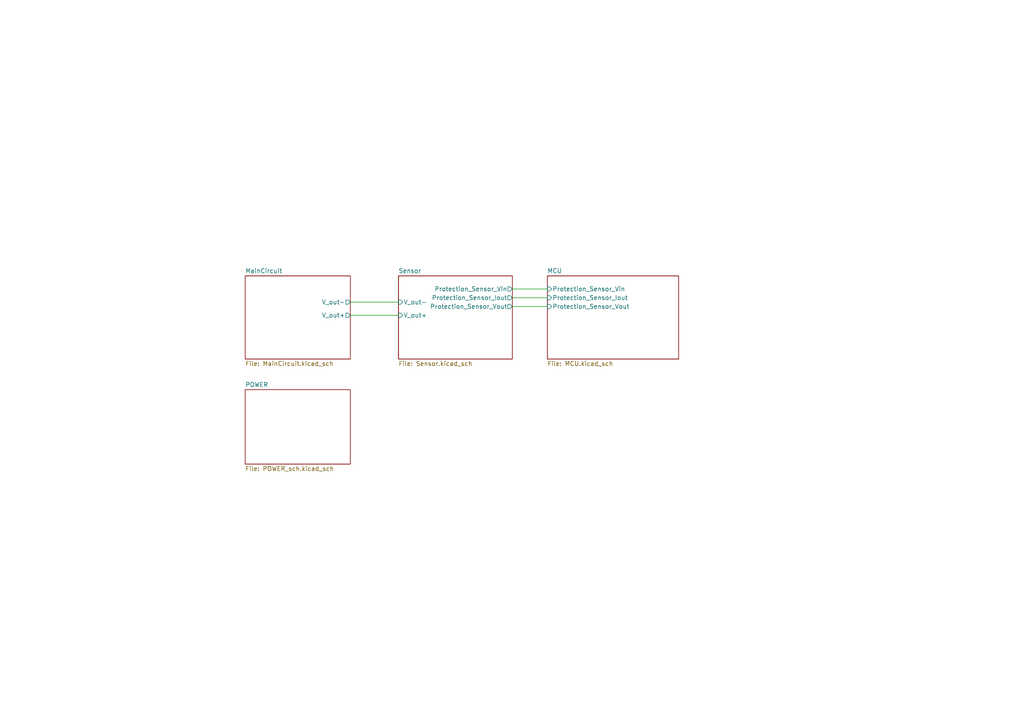
<source format=kicad_sch>
(kicad_sch
	(version 20231120)
	(generator "eeschema")
	(generator_version "8.0")
	(uuid "081edf49-b0d8-40ba-adb9-a8410c400630")
	(paper "A4")
	(lib_symbols)
	(wire
		(pts
			(xy 148.59 83.82) (xy 158.75 83.82)
		)
		(stroke
			(width 0)
			(type default)
		)
		(uuid "2fbe63b4-700e-40b8-9468-d7a4fe447bd7")
	)
	(wire
		(pts
			(xy 101.6 87.63) (xy 115.57 87.63)
		)
		(stroke
			(width 0)
			(type default)
		)
		(uuid "57e17f33-30ac-4316-b342-ead611d2a5e0")
	)
	(wire
		(pts
			(xy 148.59 86.36) (xy 158.75 86.36)
		)
		(stroke
			(width 0)
			(type default)
		)
		(uuid "636d383b-1cfa-492b-92e0-91db639cd0be")
	)
	(wire
		(pts
			(xy 101.6 91.44) (xy 115.57 91.44)
		)
		(stroke
			(width 0)
			(type default)
		)
		(uuid "816ebd46-896e-4605-a778-3fc8fbd8ce4f")
	)
	(wire
		(pts
			(xy 148.59 88.9) (xy 158.75 88.9)
		)
		(stroke
			(width 0)
			(type default)
		)
		(uuid "886a5674-6185-49a6-a761-b8edf0d4b696")
	)
	(sheet
		(at 158.75 80.01)
		(size 38.1 24.13)
		(fields_autoplaced yes)
		(stroke
			(width 0.1524)
			(type solid)
		)
		(fill
			(color 0 0 0 0.0000)
		)
		(uuid "21b4ef6e-1f19-46fd-a3c9-a5369f6beb22")
		(property "Sheetname" "MCU"
			(at 158.75 79.2984 0)
			(effects
				(font
					(size 1.27 1.27)
				)
				(justify left bottom)
			)
		)
		(property "Sheetfile" "MCU.kicad_sch"
			(at 158.75 104.7246 0)
			(effects
				(font
					(size 1.27 1.27)
				)
				(justify left top)
			)
		)
		(pin "Protection_Sensor_Iout" input
			(at 158.75 86.36 180)
			(effects
				(font
					(size 1.27 1.27)
				)
				(justify left)
			)
			(uuid "f041bb9c-4866-4d69-8895-f75dae86a225")
		)
		(pin "Protection_Sensor_Vout" input
			(at 158.75 88.9 180)
			(effects
				(font
					(size 1.27 1.27)
				)
				(justify left)
			)
			(uuid "299db7a7-205f-40af-bf10-ba7eca9d2cb3")
		)
		(pin "Protection_Sensor_Vin" input
			(at 158.75 83.82 180)
			(effects
				(font
					(size 1.27 1.27)
				)
				(justify left)
			)
			(uuid "a21c5bd3-e744-4992-b7b0-a2ac1cc31dd4")
		)
		(instances
			(project "MW_Buck_Boost_CS"
				(path "/081edf49-b0d8-40ba-adb9-a8410c400630"
					(page "2")
				)
			)
		)
	)
	(sheet
		(at 115.57 80.01)
		(size 33.02 24.13)
		(fields_autoplaced yes)
		(stroke
			(width 0.1524)
			(type solid)
		)
		(fill
			(color 0 0 0 0.0000)
		)
		(uuid "342f2c6f-8c0c-4035-953e-c752ba3d69c7")
		(property "Sheetname" "Sensor"
			(at 115.57 79.2984 0)
			(effects
				(font
					(size 1.27 1.27)
				)
				(justify left bottom)
			)
		)
		(property "Sheetfile" "Sensor.kicad_sch"
			(at 115.57 104.7246 0)
			(effects
				(font
					(size 1.27 1.27)
				)
				(justify left top)
			)
		)
		(pin "V_out-" input
			(at 115.57 87.63 180)
			(effects
				(font
					(size 1.27 1.27)
				)
				(justify left)
			)
			(uuid "398a1503-f5c3-4e6f-a0b5-c62d970fb142")
		)
		(pin "V_out+" input
			(at 115.57 91.44 180)
			(effects
				(font
					(size 1.27 1.27)
				)
				(justify left)
			)
			(uuid "2ff33707-3d20-4442-92f7-81bb7ca6c9c2")
		)
		(pin "Protection_Sensor_Vin" output
			(at 148.59 83.82 0)
			(effects
				(font
					(size 1.27 1.27)
				)
				(justify right)
			)
			(uuid "9c089584-6c2a-4b49-817a-9055bd60bcf4")
		)
		(pin "Protection_Sensor_Iout" output
			(at 148.59 86.36 0)
			(effects
				(font
					(size 1.27 1.27)
				)
				(justify right)
			)
			(uuid "4adbe42c-7237-4827-8619-a10c6889f15f")
		)
		(pin "Protection_Sensor_Vout" output
			(at 148.59 88.9 0)
			(effects
				(font
					(size 1.27 1.27)
				)
				(justify right)
			)
			(uuid "dbbe6d25-3a06-4af7-9237-44e86afb3307")
		)
		(instances
			(project "MW_Buck_Boost_CS"
				(path "/081edf49-b0d8-40ba-adb9-a8410c400630"
					(page "5")
				)
			)
		)
	)
	(sheet
		(at 71.12 80.01)
		(size 30.48 24.13)
		(fields_autoplaced yes)
		(stroke
			(width 0.1524)
			(type solid)
		)
		(fill
			(color 0 0 0 0.0000)
		)
		(uuid "be026bcc-e674-475b-a33d-280dada3c8a5")
		(property "Sheetname" "MainCircuit"
			(at 71.12 79.2984 0)
			(effects
				(font
					(size 1.27 1.27)
				)
				(justify left bottom)
			)
		)
		(property "Sheetfile" "MainCircuit.kicad_sch"
			(at 71.12 104.7246 0)
			(effects
				(font
					(size 1.27 1.27)
				)
				(justify left top)
			)
		)
		(pin "V_out-" output
			(at 101.6 87.63 0)
			(effects
				(font
					(size 1.27 1.27)
				)
				(justify right)
			)
			(uuid "6449017b-e6e9-4666-82f8-1a877f756c6a")
		)
		(pin "V_out+" output
			(at 101.6 91.44 0)
			(effects
				(font
					(size 1.27 1.27)
				)
				(justify right)
			)
			(uuid "98f443ca-4535-4a5e-8381-3a9d0b9e1b69")
		)
		(instances
			(project "MW_Buck_Boost_CS"
				(path "/081edf49-b0d8-40ba-adb9-a8410c400630"
					(page "3")
				)
			)
		)
	)
	(sheet
		(at 71.12 113.03)
		(size 30.48 21.59)
		(fields_autoplaced yes)
		(stroke
			(width 0.1524)
			(type solid)
		)
		(fill
			(color 0 0 0 0.0000)
		)
		(uuid "da3b230b-2ede-429d-8d75-aa93230850ea")
		(property "Sheetname" "POWER"
			(at 71.12 112.3184 0)
			(effects
				(font
					(size 1.27 1.27)
				)
				(justify left bottom)
			)
		)
		(property "Sheetfile" "POWER_sch.kicad_sch"
			(at 71.12 135.2046 0)
			(effects
				(font
					(size 1.27 1.27)
				)
				(justify left top)
			)
		)
		(instances
			(project "MW_Buck_Boost_CS"
				(path "/081edf49-b0d8-40ba-adb9-a8410c400630"
					(page "4")
				)
			)
		)
	)
	(sheet_instances
		(path "/"
			(page "1")
		)
	)
)

</source>
